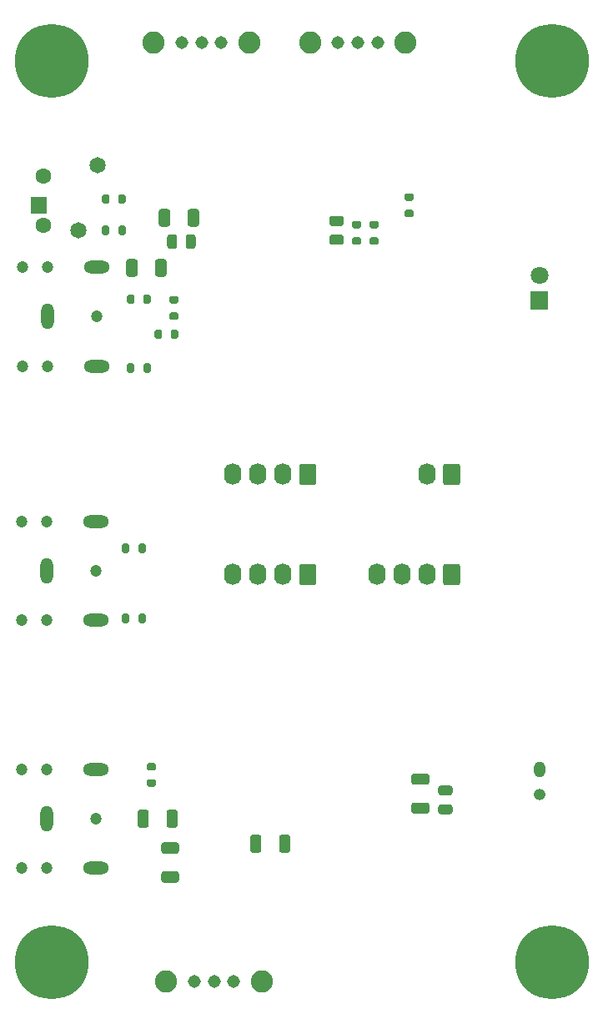
<source format=gbs>
%TF.GenerationSoftware,KiCad,Pcbnew,5.1.8-db9833491~88~ubuntu18.04.1*%
%TF.CreationDate,2021-01-05T00:41:27-08:00*%
%TF.ProjectId,kb1lqd_optical_comm,6b62316c-7164-45f6-9f70-746963616c5f,rev?*%
%TF.SameCoordinates,Original*%
%TF.FileFunction,Soldermask,Bot*%
%TF.FilePolarity,Negative*%
%FSLAX46Y46*%
G04 Gerber Fmt 4.6, Leading zero omitted, Abs format (unit mm)*
G04 Created by KiCad (PCBNEW 5.1.8-db9833491~88~ubuntu18.04.1) date 2021-01-05 00:41:27*
%MOMM*%
%LPD*%
G01*
G04 APERTURE LIST*
%ADD10C,7.500102*%
%ADD11C,1.200102*%
%ADD12O,2.616102X1.308102*%
%ADD13O,1.308102X2.616102*%
%ADD14C,2.250102*%
%ADD15C,1.308102*%
%ADD16O,1.740102X2.190102*%
%ADD17C,1.600102*%
%ADD18C,1.650102*%
%ADD19O,1.200102X1.200102*%
%ADD20O,1.200102X1.600102*%
%ADD21C,1.800102*%
G04 APERTURE END LIST*
D10*
%TO.C,H4*%
X182880000Y-121920000D03*
%TD*%
%TO.C,H3*%
X182880000Y-30480000D03*
%TD*%
%TO.C,H2*%
X132080000Y-121920000D03*
%TD*%
%TO.C,H1*%
X132080000Y-30480000D03*
%TD*%
D11*
%TO.C,J6*%
X131572000Y-112315000D03*
X129072000Y-112315000D03*
X136572000Y-107315000D03*
X131572000Y-102315000D03*
X129072000Y-102315000D03*
D12*
X136572000Y-102315000D03*
X136572000Y-112315000D03*
D13*
X131572000Y-107315000D03*
%TD*%
D11*
%TO.C,J3*%
X131572000Y-87169000D03*
X129072000Y-87169000D03*
X136572000Y-82169000D03*
X131572000Y-77169000D03*
X129072000Y-77169000D03*
D12*
X136572000Y-77169000D03*
X136572000Y-87169000D03*
D13*
X131572000Y-82169000D03*
%TD*%
D11*
%TO.C,J1*%
X131699000Y-61388000D03*
X129199000Y-61388000D03*
X136699000Y-56388000D03*
X131699000Y-51388000D03*
X129199000Y-51388000D03*
D12*
X136699000Y-51388000D03*
X136699000Y-61388000D03*
D13*
X131699000Y-56388000D03*
%TD*%
D14*
%TO.C,SW1*%
X142470000Y-28575000D03*
X152170000Y-28575000D03*
D15*
X145320000Y-28575000D03*
X149320000Y-28575000D03*
X147320000Y-28575000D03*
%TD*%
%TO.C,C20*%
G36*
G01*
X160560974Y-48074949D02*
X161511026Y-48074949D01*
G75*
G02*
X161761051Y-48324974I0J-250025D01*
G01*
X161761051Y-48825026D01*
G75*
G02*
X161511026Y-49075051I-250025J0D01*
G01*
X160560974Y-49075051D01*
G75*
G02*
X160310949Y-48825026I0J250025D01*
G01*
X160310949Y-48324974D01*
G75*
G02*
X160560974Y-48074949I250025J0D01*
G01*
G37*
G36*
G01*
X160560974Y-46174949D02*
X161511026Y-46174949D01*
G75*
G02*
X161761051Y-46424974I0J-250025D01*
G01*
X161761051Y-46925026D01*
G75*
G02*
X161511026Y-47175051I-250025J0D01*
G01*
X160560974Y-47175051D01*
G75*
G02*
X160310949Y-46925026I0J250025D01*
G01*
X160310949Y-46424974D01*
G75*
G02*
X160560974Y-46174949I250025J0D01*
G01*
G37*
%TD*%
D14*
%TO.C,SW3*%
X158345000Y-28575000D03*
X168045000Y-28575000D03*
D15*
X161195000Y-28575000D03*
X165195000Y-28575000D03*
X163195000Y-28575000D03*
%TD*%
D14*
%TO.C,SW2*%
X153440000Y-123825000D03*
X143740000Y-123825000D03*
D15*
X150590000Y-123825000D03*
X146590000Y-123825000D03*
X148590000Y-123825000D03*
%TD*%
D16*
%TO.C,RV2*%
X150495000Y-72390000D03*
X153035000Y-72390000D03*
X155575000Y-72390000D03*
G36*
G01*
X158985051Y-71544962D02*
X158985051Y-73235038D01*
G75*
G02*
X158735038Y-73485051I-250013J0D01*
G01*
X157494962Y-73485051D01*
G75*
G02*
X157244949Y-73235038I0J250013D01*
G01*
X157244949Y-71544962D01*
G75*
G02*
X157494962Y-71294949I250013J0D01*
G01*
X158735038Y-71294949D01*
G75*
G02*
X158985051Y-71544962I0J-250013D01*
G01*
G37*
%TD*%
%TO.C,RV1*%
X150495000Y-82550000D03*
X153035000Y-82550000D03*
X155575000Y-82550000D03*
G36*
G01*
X158985051Y-81704962D02*
X158985051Y-83395038D01*
G75*
G02*
X158735038Y-83645051I-250013J0D01*
G01*
X157494962Y-83645051D01*
G75*
G02*
X157244949Y-83395038I0J250013D01*
G01*
X157244949Y-81704962D01*
G75*
G02*
X157494962Y-81454949I250013J0D01*
G01*
X158735038Y-81454949D01*
G75*
G02*
X158985051Y-81704962I0J-250013D01*
G01*
G37*
%TD*%
%TO.C,R32*%
G36*
G01*
X138854949Y-44725026D02*
X138854949Y-44174974D01*
G75*
G02*
X139054974Y-43974949I200025J0D01*
G01*
X139455026Y-43974949D01*
G75*
G02*
X139655051Y-44174974I0J-200025D01*
G01*
X139655051Y-44725026D01*
G75*
G02*
X139455026Y-44925051I-200025J0D01*
G01*
X139054974Y-44925051D01*
G75*
G02*
X138854949Y-44725026I0J200025D01*
G01*
G37*
G36*
G01*
X137204949Y-44725026D02*
X137204949Y-44174974D01*
G75*
G02*
X137404974Y-43974949I200025J0D01*
G01*
X137805026Y-43974949D01*
G75*
G02*
X138005051Y-44174974I0J-200025D01*
G01*
X138005051Y-44725026D01*
G75*
G02*
X137805026Y-44925051I-200025J0D01*
G01*
X137404974Y-44925051D01*
G75*
G02*
X137204949Y-44725026I0J200025D01*
G01*
G37*
%TD*%
%TO.C,R29*%
G36*
G01*
X142515026Y-102445051D02*
X141964974Y-102445051D01*
G75*
G02*
X141764949Y-102245026I0J200025D01*
G01*
X141764949Y-101844974D01*
G75*
G02*
X141964974Y-101644949I200025J0D01*
G01*
X142515026Y-101644949D01*
G75*
G02*
X142715051Y-101844974I0J-200025D01*
G01*
X142715051Y-102245026D01*
G75*
G02*
X142515026Y-102445051I-200025J0D01*
G01*
G37*
G36*
G01*
X142515026Y-104095051D02*
X141964974Y-104095051D01*
G75*
G02*
X141764949Y-103895026I0J200025D01*
G01*
X141764949Y-103494974D01*
G75*
G02*
X141964974Y-103294949I200025J0D01*
G01*
X142515026Y-103294949D01*
G75*
G02*
X142715051Y-103494974I0J-200025D01*
G01*
X142715051Y-103895026D01*
G75*
G02*
X142515026Y-104095051I-200025J0D01*
G01*
G37*
%TD*%
%TO.C,R19*%
G36*
G01*
X144801026Y-55074051D02*
X144250974Y-55074051D01*
G75*
G02*
X144050949Y-54874026I0J200025D01*
G01*
X144050949Y-54473974D01*
G75*
G02*
X144250974Y-54273949I200025J0D01*
G01*
X144801026Y-54273949D01*
G75*
G02*
X145001051Y-54473974I0J-200025D01*
G01*
X145001051Y-54874026D01*
G75*
G02*
X144801026Y-55074051I-200025J0D01*
G01*
G37*
G36*
G01*
X144801026Y-56724051D02*
X144250974Y-56724051D01*
G75*
G02*
X144050949Y-56524026I0J200025D01*
G01*
X144050949Y-56123974D01*
G75*
G02*
X144250974Y-55923949I200025J0D01*
G01*
X144801026Y-55923949D01*
G75*
G02*
X145001051Y-56123974I0J-200025D01*
G01*
X145001051Y-56524026D01*
G75*
G02*
X144801026Y-56724051I-200025J0D01*
G01*
G37*
%TD*%
%TO.C,R18*%
G36*
G01*
X143339051Y-57890974D02*
X143339051Y-58441026D01*
G75*
G02*
X143139026Y-58641051I-200025J0D01*
G01*
X142738974Y-58641051D01*
G75*
G02*
X142538949Y-58441026I0J200025D01*
G01*
X142538949Y-57890974D01*
G75*
G02*
X142738974Y-57690949I200025J0D01*
G01*
X143139026Y-57690949D01*
G75*
G02*
X143339051Y-57890974I0J-200025D01*
G01*
G37*
G36*
G01*
X144989051Y-57890974D02*
X144989051Y-58441026D01*
G75*
G02*
X144789026Y-58641051I-200025J0D01*
G01*
X144388974Y-58641051D01*
G75*
G02*
X144188949Y-58441026I0J200025D01*
G01*
X144188949Y-57890974D01*
G75*
G02*
X144388974Y-57690949I200025J0D01*
G01*
X144789026Y-57690949D01*
G75*
G02*
X144989051Y-57890974I0J-200025D01*
G01*
G37*
%TD*%
%TO.C,R17*%
G36*
G01*
X164570974Y-48303949D02*
X165121026Y-48303949D01*
G75*
G02*
X165321051Y-48503974I0J-200025D01*
G01*
X165321051Y-48904026D01*
G75*
G02*
X165121026Y-49104051I-200025J0D01*
G01*
X164570974Y-49104051D01*
G75*
G02*
X164370949Y-48904026I0J200025D01*
G01*
X164370949Y-48503974D01*
G75*
G02*
X164570974Y-48303949I200025J0D01*
G01*
G37*
G36*
G01*
X164570974Y-46653949D02*
X165121026Y-46653949D01*
G75*
G02*
X165321051Y-46853974I0J-200025D01*
G01*
X165321051Y-47254026D01*
G75*
G02*
X165121026Y-47454051I-200025J0D01*
G01*
X164570974Y-47454051D01*
G75*
G02*
X164370949Y-47254026I0J200025D01*
G01*
X164370949Y-46853974D01*
G75*
G02*
X164570974Y-46653949I200025J0D01*
G01*
G37*
%TD*%
%TO.C,R16*%
G36*
G01*
X162792974Y-48303949D02*
X163343026Y-48303949D01*
G75*
G02*
X163543051Y-48503974I0J-200025D01*
G01*
X163543051Y-48904026D01*
G75*
G02*
X163343026Y-49104051I-200025J0D01*
G01*
X162792974Y-49104051D01*
G75*
G02*
X162592949Y-48904026I0J200025D01*
G01*
X162592949Y-48503974D01*
G75*
G02*
X162792974Y-48303949I200025J0D01*
G01*
G37*
G36*
G01*
X162792974Y-46653949D02*
X163343026Y-46653949D01*
G75*
G02*
X163543051Y-46853974I0J-200025D01*
G01*
X163543051Y-47254026D01*
G75*
G02*
X163343026Y-47454051I-200025J0D01*
G01*
X162792974Y-47454051D01*
G75*
G02*
X162592949Y-47254026I0J200025D01*
G01*
X162592949Y-46853974D01*
G75*
G02*
X162792974Y-46653949I200025J0D01*
G01*
G37*
%TD*%
%TO.C,R13*%
G36*
G01*
X168126974Y-45509949D02*
X168677026Y-45509949D01*
G75*
G02*
X168877051Y-45709974I0J-200025D01*
G01*
X168877051Y-46110026D01*
G75*
G02*
X168677026Y-46310051I-200025J0D01*
G01*
X168126974Y-46310051D01*
G75*
G02*
X167926949Y-46110026I0J200025D01*
G01*
X167926949Y-45709974D01*
G75*
G02*
X168126974Y-45509949I200025J0D01*
G01*
G37*
G36*
G01*
X168126974Y-43859949D02*
X168677026Y-43859949D01*
G75*
G02*
X168877051Y-44059974I0J-200025D01*
G01*
X168877051Y-44460026D01*
G75*
G02*
X168677026Y-44660051I-200025J0D01*
G01*
X168126974Y-44660051D01*
G75*
G02*
X167926949Y-44460026I0J200025D01*
G01*
X167926949Y-44059974D01*
G75*
G02*
X168126974Y-43859949I200025J0D01*
G01*
G37*
%TD*%
%TO.C,R5*%
G36*
G01*
X141394949Y-61870026D02*
X141394949Y-61319974D01*
G75*
G02*
X141594974Y-61119949I200025J0D01*
G01*
X141995026Y-61119949D01*
G75*
G02*
X142195051Y-61319974I0J-200025D01*
G01*
X142195051Y-61870026D01*
G75*
G02*
X141995026Y-62070051I-200025J0D01*
G01*
X141594974Y-62070051D01*
G75*
G02*
X141394949Y-61870026I0J200025D01*
G01*
G37*
G36*
G01*
X139744949Y-61870026D02*
X139744949Y-61319974D01*
G75*
G02*
X139944974Y-61119949I200025J0D01*
G01*
X140345026Y-61119949D01*
G75*
G02*
X140545051Y-61319974I0J-200025D01*
G01*
X140545051Y-61870026D01*
G75*
G02*
X140345026Y-62070051I-200025J0D01*
G01*
X139944974Y-62070051D01*
G75*
G02*
X139744949Y-61870026I0J200025D01*
G01*
G37*
%TD*%
%TO.C,R4*%
G36*
G01*
X140886949Y-80158026D02*
X140886949Y-79607974D01*
G75*
G02*
X141086974Y-79407949I200025J0D01*
G01*
X141487026Y-79407949D01*
G75*
G02*
X141687051Y-79607974I0J-200025D01*
G01*
X141687051Y-80158026D01*
G75*
G02*
X141487026Y-80358051I-200025J0D01*
G01*
X141086974Y-80358051D01*
G75*
G02*
X140886949Y-80158026I0J200025D01*
G01*
G37*
G36*
G01*
X139236949Y-80158026D02*
X139236949Y-79607974D01*
G75*
G02*
X139436974Y-79407949I200025J0D01*
G01*
X139837026Y-79407949D01*
G75*
G02*
X140037051Y-79607974I0J-200025D01*
G01*
X140037051Y-80158026D01*
G75*
G02*
X139837026Y-80358051I-200025J0D01*
G01*
X139436974Y-80358051D01*
G75*
G02*
X139236949Y-80158026I0J200025D01*
G01*
G37*
%TD*%
%TO.C,R3*%
G36*
G01*
X138005051Y-47349974D02*
X138005051Y-47900026D01*
G75*
G02*
X137805026Y-48100051I-200025J0D01*
G01*
X137404974Y-48100051D01*
G75*
G02*
X137204949Y-47900026I0J200025D01*
G01*
X137204949Y-47349974D01*
G75*
G02*
X137404974Y-47149949I200025J0D01*
G01*
X137805026Y-47149949D01*
G75*
G02*
X138005051Y-47349974I0J-200025D01*
G01*
G37*
G36*
G01*
X139655051Y-47349974D02*
X139655051Y-47900026D01*
G75*
G02*
X139455026Y-48100051I-200025J0D01*
G01*
X139054974Y-48100051D01*
G75*
G02*
X138854949Y-47900026I0J200025D01*
G01*
X138854949Y-47349974D01*
G75*
G02*
X139054974Y-47149949I200025J0D01*
G01*
X139455026Y-47149949D01*
G75*
G02*
X139655051Y-47349974I0J-200025D01*
G01*
G37*
%TD*%
%TO.C,R2*%
G36*
G01*
X140886949Y-87270026D02*
X140886949Y-86719974D01*
G75*
G02*
X141086974Y-86519949I200025J0D01*
G01*
X141487026Y-86519949D01*
G75*
G02*
X141687051Y-86719974I0J-200025D01*
G01*
X141687051Y-87270026D01*
G75*
G02*
X141487026Y-87470051I-200025J0D01*
G01*
X141086974Y-87470051D01*
G75*
G02*
X140886949Y-87270026I0J200025D01*
G01*
G37*
G36*
G01*
X139236949Y-87270026D02*
X139236949Y-86719974D01*
G75*
G02*
X139436974Y-86519949I200025J0D01*
G01*
X139837026Y-86519949D01*
G75*
G02*
X140037051Y-86719974I0J-200025D01*
G01*
X140037051Y-87270026D01*
G75*
G02*
X139837026Y-87470051I-200025J0D01*
G01*
X139436974Y-87470051D01*
G75*
G02*
X139236949Y-87270026I0J200025D01*
G01*
G37*
%TD*%
%TO.C,R1*%
G36*
G01*
X141394949Y-54885026D02*
X141394949Y-54334974D01*
G75*
G02*
X141594974Y-54134949I200025J0D01*
G01*
X141995026Y-54134949D01*
G75*
G02*
X142195051Y-54334974I0J-200025D01*
G01*
X142195051Y-54885026D01*
G75*
G02*
X141995026Y-55085051I-200025J0D01*
G01*
X141594974Y-55085051D01*
G75*
G02*
X141394949Y-54885026I0J200025D01*
G01*
G37*
G36*
G01*
X139744949Y-54885026D02*
X139744949Y-54334974D01*
G75*
G02*
X139944974Y-54134949I200025J0D01*
G01*
X140345026Y-54134949D01*
G75*
G02*
X140545051Y-54334974I0J-200025D01*
G01*
X140545051Y-54885026D01*
G75*
G02*
X140345026Y-55085051I-200025J0D01*
G01*
X139944974Y-55085051D01*
G75*
G02*
X139744949Y-54885026I0J200025D01*
G01*
G37*
%TD*%
%TO.C,J5*%
X170180000Y-72390000D03*
G36*
G01*
X173590051Y-71544962D02*
X173590051Y-73235038D01*
G75*
G02*
X173340038Y-73485051I-250013J0D01*
G01*
X172099962Y-73485051D01*
G75*
G02*
X171849949Y-73235038I0J250013D01*
G01*
X171849949Y-71544962D01*
G75*
G02*
X172099962Y-71294949I250013J0D01*
G01*
X173340038Y-71294949D01*
G75*
G02*
X173590051Y-71544962I0J-250013D01*
G01*
G37*
%TD*%
%TO.C,J4*%
X165100000Y-82550000D03*
X167640000Y-82550000D03*
X170180000Y-82550000D03*
G36*
G01*
X173590051Y-81704962D02*
X173590051Y-83395038D01*
G75*
G02*
X173340038Y-83645051I-250013J0D01*
G01*
X172099962Y-83645051D01*
G75*
G02*
X171849949Y-83395038I0J250013D01*
G01*
X171849949Y-81704962D01*
G75*
G02*
X172099962Y-81454949I250013J0D01*
G01*
X173340038Y-81454949D01*
G75*
G02*
X173590051Y-81704962I0J-250013D01*
G01*
G37*
%TD*%
D17*
%TO.C,J2*%
X131310000Y-47085000D03*
X131310000Y-42085000D03*
D18*
X134810000Y-47585000D03*
X136810000Y-40985000D03*
G36*
G01*
X131635051Y-44260000D02*
X131635051Y-45910000D01*
G75*
G02*
X131635000Y-45910051I-51J0D01*
G01*
X129985000Y-45910051D01*
G75*
G02*
X129984949Y-45910000I0J51D01*
G01*
X129984949Y-44260000D01*
G75*
G02*
X129985000Y-44259949I51J0D01*
G01*
X131635000Y-44259949D01*
G75*
G02*
X131635051Y-44260000I0J-51D01*
G01*
G37*
%TD*%
D19*
%TO.C,D2*%
X181610000Y-104902000D03*
D20*
X181610000Y-102362000D03*
%TD*%
D21*
%TO.C,D1*%
X181610000Y-52197000D03*
G36*
G01*
X182510000Y-55637051D02*
X180710000Y-55637051D01*
G75*
G02*
X180709949Y-55637000I0J51D01*
G01*
X180709949Y-53837000D01*
G75*
G02*
X180710000Y-53836949I51J0D01*
G01*
X182510000Y-53836949D01*
G75*
G02*
X182510051Y-53837000I0J-51D01*
G01*
X182510051Y-55637000D01*
G75*
G02*
X182510000Y-55637051I-51J0D01*
G01*
G37*
%TD*%
%TO.C,C23*%
G36*
G01*
X144838051Y-48292974D02*
X144838051Y-49243026D01*
G75*
G02*
X144588026Y-49493051I-250025J0D01*
G01*
X144087974Y-49493051D01*
G75*
G02*
X143837949Y-49243026I0J250025D01*
G01*
X143837949Y-48292974D01*
G75*
G02*
X144087974Y-48042949I250025J0D01*
G01*
X144588026Y-48042949D01*
G75*
G02*
X144838051Y-48292974I0J-250025D01*
G01*
G37*
G36*
G01*
X146738051Y-48292974D02*
X146738051Y-49243026D01*
G75*
G02*
X146488026Y-49493051I-250025J0D01*
G01*
X145987974Y-49493051D01*
G75*
G02*
X145737949Y-49243026I0J250025D01*
G01*
X145737949Y-48292974D01*
G75*
G02*
X145987974Y-48042949I250025J0D01*
G01*
X146488026Y-48042949D01*
G75*
G02*
X146738051Y-48292974I0J-250025D01*
G01*
G37*
%TD*%
%TO.C,C19*%
G36*
G01*
X155204949Y-110505030D02*
X155204949Y-109204970D01*
G75*
G02*
X155454970Y-108954949I250021J0D01*
G01*
X156105030Y-108954949D01*
G75*
G02*
X156355051Y-109204970I0J-250021D01*
G01*
X156355051Y-110505030D01*
G75*
G02*
X156105030Y-110755051I-250021J0D01*
G01*
X155454970Y-110755051D01*
G75*
G02*
X155204949Y-110505030I0J250021D01*
G01*
G37*
G36*
G01*
X152254949Y-110505030D02*
X152254949Y-109204970D01*
G75*
G02*
X152504970Y-108954949I250021J0D01*
G01*
X153155030Y-108954949D01*
G75*
G02*
X153405051Y-109204970I0J-250021D01*
G01*
X153405051Y-110505030D01*
G75*
G02*
X153155030Y-110755051I-250021J0D01*
G01*
X152504970Y-110755051D01*
G75*
G02*
X152254949Y-110505030I0J250021D01*
G01*
G37*
%TD*%
%TO.C,C15*%
G36*
G01*
X141975051Y-106664970D02*
X141975051Y-107965030D01*
G75*
G02*
X141725030Y-108215051I-250021J0D01*
G01*
X141074970Y-108215051D01*
G75*
G02*
X140824949Y-107965030I0J250021D01*
G01*
X140824949Y-106664970D01*
G75*
G02*
X141074970Y-106414949I250021J0D01*
G01*
X141725030Y-106414949D01*
G75*
G02*
X141975051Y-106664970I0J-250021D01*
G01*
G37*
G36*
G01*
X144925051Y-106664970D02*
X144925051Y-107965030D01*
G75*
G02*
X144675030Y-108215051I-250021J0D01*
G01*
X144024970Y-108215051D01*
G75*
G02*
X143774949Y-107965030I0J250021D01*
G01*
X143774949Y-106664970D01*
G75*
G02*
X144024970Y-106414949I250021J0D01*
G01*
X144675030Y-106414949D01*
G75*
G02*
X144925051Y-106664970I0J-250021D01*
G01*
G37*
%TD*%
%TO.C,C14*%
G36*
G01*
X144795030Y-110860051D02*
X143494970Y-110860051D01*
G75*
G02*
X143244949Y-110610030I0J250021D01*
G01*
X143244949Y-109959970D01*
G75*
G02*
X143494970Y-109709949I250021J0D01*
G01*
X144795030Y-109709949D01*
G75*
G02*
X145045051Y-109959970I0J-250021D01*
G01*
X145045051Y-110610030D01*
G75*
G02*
X144795030Y-110860051I-250021J0D01*
G01*
G37*
G36*
G01*
X144795030Y-113810051D02*
X143494970Y-113810051D01*
G75*
G02*
X143244949Y-113560030I0J250021D01*
G01*
X143244949Y-112909970D01*
G75*
G02*
X143494970Y-112659949I250021J0D01*
G01*
X144795030Y-112659949D01*
G75*
G02*
X145045051Y-112909970I0J-250021D01*
G01*
X145045051Y-113560030D01*
G75*
G02*
X144795030Y-113810051I-250021J0D01*
G01*
G37*
%TD*%
%TO.C,C11*%
G36*
G01*
X170195030Y-103875051D02*
X168894970Y-103875051D01*
G75*
G02*
X168644949Y-103625030I0J250021D01*
G01*
X168644949Y-102974970D01*
G75*
G02*
X168894970Y-102724949I250021J0D01*
G01*
X170195030Y-102724949D01*
G75*
G02*
X170445051Y-102974970I0J-250021D01*
G01*
X170445051Y-103625030D01*
G75*
G02*
X170195030Y-103875051I-250021J0D01*
G01*
G37*
G36*
G01*
X170195030Y-106825051D02*
X168894970Y-106825051D01*
G75*
G02*
X168644949Y-106575030I0J250021D01*
G01*
X168644949Y-105924970D01*
G75*
G02*
X168894970Y-105674949I250021J0D01*
G01*
X170195030Y-105674949D01*
G75*
G02*
X170445051Y-105924970I0J-250021D01*
G01*
X170445051Y-106575030D01*
G75*
G02*
X170195030Y-106825051I-250021J0D01*
G01*
G37*
%TD*%
%TO.C,C9*%
G36*
G01*
X172560026Y-104960051D02*
X171609974Y-104960051D01*
G75*
G02*
X171359949Y-104710026I0J250025D01*
G01*
X171359949Y-104209974D01*
G75*
G02*
X171609974Y-103959949I250025J0D01*
G01*
X172560026Y-103959949D01*
G75*
G02*
X172810051Y-104209974I0J-250025D01*
G01*
X172810051Y-104710026D01*
G75*
G02*
X172560026Y-104960051I-250025J0D01*
G01*
G37*
G36*
G01*
X172560026Y-106860051D02*
X171609974Y-106860051D01*
G75*
G02*
X171359949Y-106610026I0J250025D01*
G01*
X171359949Y-106109974D01*
G75*
G02*
X171609974Y-105859949I250025J0D01*
G01*
X172560026Y-105859949D01*
G75*
G02*
X172810051Y-106109974I0J-250025D01*
G01*
X172810051Y-106610026D01*
G75*
G02*
X172560026Y-106860051I-250025J0D01*
G01*
G37*
%TD*%
%TO.C,C5*%
G36*
G01*
X140832051Y-50784970D02*
X140832051Y-52085030D01*
G75*
G02*
X140582030Y-52335051I-250021J0D01*
G01*
X139931970Y-52335051D01*
G75*
G02*
X139681949Y-52085030I0J250021D01*
G01*
X139681949Y-50784970D01*
G75*
G02*
X139931970Y-50534949I250021J0D01*
G01*
X140582030Y-50534949D01*
G75*
G02*
X140832051Y-50784970I0J-250021D01*
G01*
G37*
G36*
G01*
X143782051Y-50784970D02*
X143782051Y-52085030D01*
G75*
G02*
X143532030Y-52335051I-250021J0D01*
G01*
X142881970Y-52335051D01*
G75*
G02*
X142631949Y-52085030I0J250021D01*
G01*
X142631949Y-50784970D01*
G75*
G02*
X142881970Y-50534949I250021J0D01*
G01*
X143532030Y-50534949D01*
G75*
G02*
X143782051Y-50784970I0J-250021D01*
G01*
G37*
%TD*%
%TO.C,C4*%
G36*
G01*
X145933949Y-47005030D02*
X145933949Y-45704970D01*
G75*
G02*
X146183970Y-45454949I250021J0D01*
G01*
X146834030Y-45454949D01*
G75*
G02*
X147084051Y-45704970I0J-250021D01*
G01*
X147084051Y-47005030D01*
G75*
G02*
X146834030Y-47255051I-250021J0D01*
G01*
X146183970Y-47255051D01*
G75*
G02*
X145933949Y-47005030I0J250021D01*
G01*
G37*
G36*
G01*
X142983949Y-47005030D02*
X142983949Y-45704970D01*
G75*
G02*
X143233970Y-45454949I250021J0D01*
G01*
X143884030Y-45454949D01*
G75*
G02*
X144134051Y-45704970I0J-250021D01*
G01*
X144134051Y-47005030D01*
G75*
G02*
X143884030Y-47255051I-250021J0D01*
G01*
X143233970Y-47255051D01*
G75*
G02*
X142983949Y-47005030I0J250021D01*
G01*
G37*
%TD*%
M02*

</source>
